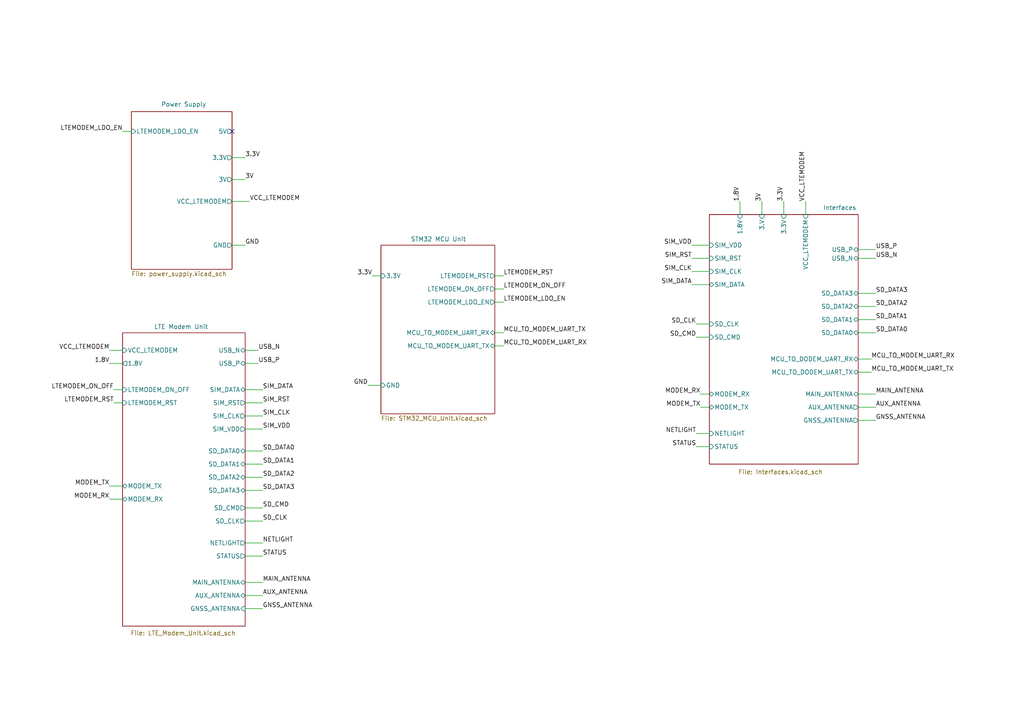
<source format=kicad_sch>
(kicad_sch
	(version 20231120)
	(generator "eeschema")
	(generator_version "8.0")
	(uuid "80c486a0-6800-4b57-8abf-216d6c3379c2")
	(paper "A4")
	(title_block
		(title "IoT with STM32 and 4G modem")
		(date "2024-08-13")
		(rev "1.0")
	)
	(lib_symbols)
	(no_connect
		(at 67.31 38.1)
		(uuid "56b48dc0-7614-400d-a5f6-5e0984d24434")
	)
	(wire
		(pts
			(xy 71.12 113.03) (xy 76.2 113.03)
		)
		(stroke
			(width 0)
			(type default)
		)
		(uuid "04b72ab8-bc11-4888-b277-b8f4eaff1248")
	)
	(wire
		(pts
			(xy 71.12 142.24) (xy 76.2 142.24)
		)
		(stroke
			(width 0)
			(type default)
		)
		(uuid "0e00669d-7ecb-4999-9462-fbdf14232f33")
	)
	(wire
		(pts
			(xy 35.56 105.41) (xy 31.75 105.41)
		)
		(stroke
			(width 0)
			(type default)
		)
		(uuid "0e4925d0-fe0f-40d5-aba5-0ab349bdedb4")
	)
	(wire
		(pts
			(xy 248.92 107.95) (xy 252.73 107.95)
		)
		(stroke
			(width 0)
			(type default)
		)
		(uuid "1c5e5fdd-6acf-470f-bb04-e3919681e7dd")
	)
	(wire
		(pts
			(xy 248.92 104.14) (xy 252.73 104.14)
		)
		(stroke
			(width 0)
			(type default)
		)
		(uuid "1e514f38-3b10-4d33-b741-13f3d7a753ad")
	)
	(wire
		(pts
			(xy 201.93 129.54) (xy 205.74 129.54)
		)
		(stroke
			(width 0)
			(type default)
		)
		(uuid "220e176d-f122-413b-b707-90f4ec333735")
	)
	(wire
		(pts
			(xy 71.12 168.91) (xy 76.2 168.91)
		)
		(stroke
			(width 0)
			(type default)
		)
		(uuid "2716e143-279f-4610-aab4-76516ba3a61c")
	)
	(wire
		(pts
			(xy 71.12 120.65) (xy 76.2 120.65)
		)
		(stroke
			(width 0)
			(type default)
		)
		(uuid "27599662-e901-4e41-a986-2316c78ef5d7")
	)
	(wire
		(pts
			(xy 248.92 118.11) (xy 254 118.11)
		)
		(stroke
			(width 0)
			(type default)
		)
		(uuid "284e5f37-94c8-4eb5-a6e1-3f7b1e4bbf3c")
	)
	(wire
		(pts
			(xy 71.12 134.62) (xy 76.2 134.62)
		)
		(stroke
			(width 0)
			(type default)
		)
		(uuid "2f8399b7-3d1d-4dba-968c-7ec8dc2e2c8d")
	)
	(wire
		(pts
			(xy 71.12 105.41) (xy 74.93 105.41)
		)
		(stroke
			(width 0)
			(type default)
		)
		(uuid "31b30641-2fce-49e5-8958-622b8f77006a")
	)
	(wire
		(pts
			(xy 71.12 124.46) (xy 76.2 124.46)
		)
		(stroke
			(width 0)
			(type default)
		)
		(uuid "31e75e96-f9c3-41f6-8ad0-d914df51bdd9")
	)
	(wire
		(pts
			(xy 248.92 85.09) (xy 254 85.09)
		)
		(stroke
			(width 0)
			(type default)
		)
		(uuid "39c03ca9-acc4-4a58-8c7b-17c15ff391d5")
	)
	(wire
		(pts
			(xy 71.12 101.6) (xy 74.93 101.6)
		)
		(stroke
			(width 0)
			(type default)
		)
		(uuid "3c76a9e0-3795-466a-8a6a-8cb22d1a050f")
	)
	(wire
		(pts
			(xy 35.56 38.1) (xy 38.1 38.1)
		)
		(stroke
			(width 0)
			(type default)
		)
		(uuid "3cebd6f2-0835-4acb-a6cf-33c4da1b2fa0")
	)
	(wire
		(pts
			(xy 201.93 93.98) (xy 205.74 93.98)
		)
		(stroke
			(width 0)
			(type default)
		)
		(uuid "3faccc86-b400-4172-8d50-3c44900c5771")
	)
	(wire
		(pts
			(xy 200.66 71.12) (xy 205.74 71.12)
		)
		(stroke
			(width 0)
			(type default)
		)
		(uuid "442184d1-b134-4663-90b4-d5211693bbe5")
	)
	(wire
		(pts
			(xy 71.12 157.48) (xy 76.2 157.48)
		)
		(stroke
			(width 0)
			(type default)
		)
		(uuid "4aba2f38-e0bf-4a2b-b432-4adc16afa28b")
	)
	(wire
		(pts
			(xy 71.12 161.29) (xy 76.2 161.29)
		)
		(stroke
			(width 0)
			(type default)
		)
		(uuid "4f90f67e-4df3-4ecb-9179-a0bb31fae4e8")
	)
	(wire
		(pts
			(xy 71.12 147.32) (xy 76.2 147.32)
		)
		(stroke
			(width 0)
			(type default)
		)
		(uuid "50bfc7e8-4df0-4f15-9d6e-2b88814de650")
	)
	(wire
		(pts
			(xy 71.12 151.13) (xy 76.2 151.13)
		)
		(stroke
			(width 0)
			(type default)
		)
		(uuid "52cb0c8c-c7d5-428a-894b-eab5d005d63d")
	)
	(wire
		(pts
			(xy 31.75 140.97) (xy 35.56 140.97)
		)
		(stroke
			(width 0)
			(type default)
		)
		(uuid "569837e5-0f2b-403e-a8fa-a7cc4d5d1cc6")
	)
	(wire
		(pts
			(xy 67.31 52.07) (xy 71.12 52.07)
		)
		(stroke
			(width 0)
			(type default)
		)
		(uuid "67fd46da-c12a-4657-ba93-f28dadaf1d4c")
	)
	(wire
		(pts
			(xy 248.92 74.93) (xy 254 74.93)
		)
		(stroke
			(width 0)
			(type default)
		)
		(uuid "6a5a808c-d546-4949-8d5b-2e60db517cbe")
	)
	(wire
		(pts
			(xy 248.92 121.92) (xy 254 121.92)
		)
		(stroke
			(width 0)
			(type default)
		)
		(uuid "6c0f1e6e-b4ba-470e-a2a9-6d00aee18cac")
	)
	(wire
		(pts
			(xy 67.31 58.42) (xy 72.39 58.42)
		)
		(stroke
			(width 0)
			(type default)
		)
		(uuid "6d963cf7-0490-4de2-80de-7b91810ccf72")
	)
	(wire
		(pts
			(xy 248.92 92.71) (xy 254 92.71)
		)
		(stroke
			(width 0)
			(type default)
		)
		(uuid "710dd52f-7c27-4da8-9179-be5c97b2967a")
	)
	(wire
		(pts
			(xy 143.51 83.82) (xy 146.05 83.82)
		)
		(stroke
			(width 0)
			(type default)
		)
		(uuid "720912aa-a093-4e83-9b64-4fc87fd4cb38")
	)
	(wire
		(pts
			(xy 227.33 58.42) (xy 227.33 62.23)
		)
		(stroke
			(width 0)
			(type default)
		)
		(uuid "753eda7d-551d-4da0-ba61-44552bcb55c5")
	)
	(wire
		(pts
			(xy 31.75 101.6) (xy 35.56 101.6)
		)
		(stroke
			(width 0)
			(type default)
		)
		(uuid "76ffaf80-03ac-48c6-a801-30528dbe67ae")
	)
	(wire
		(pts
			(xy 214.63 58.42) (xy 214.63 62.23)
		)
		(stroke
			(width 0)
			(type default)
		)
		(uuid "7c47a374-4e87-4710-9e7b-e14d8fa48064")
	)
	(wire
		(pts
			(xy 143.51 80.01) (xy 146.05 80.01)
		)
		(stroke
			(width 0)
			(type default)
		)
		(uuid "7d499749-5ec2-4ce8-b5ce-68c0796f4bbb")
	)
	(wire
		(pts
			(xy 71.12 176.53) (xy 76.2 176.53)
		)
		(stroke
			(width 0)
			(type default)
		)
		(uuid "7d8b7395-8caa-4384-89bd-cef08c994110")
	)
	(wire
		(pts
			(xy 200.66 82.55) (xy 205.74 82.55)
		)
		(stroke
			(width 0)
			(type default)
		)
		(uuid "8085a9de-44db-4141-9446-bb4ff006b9cd")
	)
	(wire
		(pts
			(xy 33.02 113.03) (xy 35.56 113.03)
		)
		(stroke
			(width 0)
			(type default)
		)
		(uuid "82c51680-4a8a-43a7-b1c5-0c73eb2ac6bc")
	)
	(wire
		(pts
			(xy 107.95 80.01) (xy 110.49 80.01)
		)
		(stroke
			(width 0)
			(type default)
		)
		(uuid "872dd6db-6dfe-4bd5-8683-bbd8ca21a8ae")
	)
	(wire
		(pts
			(xy 143.51 100.33) (xy 146.05 100.33)
		)
		(stroke
			(width 0)
			(type default)
		)
		(uuid "8986a489-d7b8-49b2-98d8-bfcafcbea1de")
	)
	(wire
		(pts
			(xy 71.12 130.81) (xy 76.2 130.81)
		)
		(stroke
			(width 0)
			(type default)
		)
		(uuid "8e915939-9467-48cf-9243-e4ed334cabb5")
	)
	(wire
		(pts
			(xy 71.12 116.84) (xy 76.2 116.84)
		)
		(stroke
			(width 0)
			(type default)
		)
		(uuid "91525770-f3e4-4af9-90f9-ba1348141997")
	)
	(wire
		(pts
			(xy 200.66 78.74) (xy 205.74 78.74)
		)
		(stroke
			(width 0)
			(type default)
		)
		(uuid "93c5179e-6033-47d2-92f9-5d5b766989d0")
	)
	(wire
		(pts
			(xy 200.66 74.93) (xy 205.74 74.93)
		)
		(stroke
			(width 0)
			(type default)
		)
		(uuid "96a18882-315b-4755-80d3-c16159a52782")
	)
	(wire
		(pts
			(xy 143.51 96.52) (xy 146.05 96.52)
		)
		(stroke
			(width 0)
			(type default)
		)
		(uuid "a95a2450-4881-43bd-b567-795fec9d93f7")
	)
	(wire
		(pts
			(xy 248.92 96.52) (xy 254 96.52)
		)
		(stroke
			(width 0)
			(type default)
		)
		(uuid "ae32d040-f852-4473-810a-e6c2c119b6c1")
	)
	(wire
		(pts
			(xy 220.98 58.42) (xy 220.98 62.23)
		)
		(stroke
			(width 0)
			(type default)
		)
		(uuid "b167c3e3-3640-4a60-adb2-b0eaac980833")
	)
	(wire
		(pts
			(xy 248.92 88.9) (xy 254 88.9)
		)
		(stroke
			(width 0)
			(type default)
		)
		(uuid "b2b9a34d-b35e-4823-9b2f-fd34c2e7f513")
	)
	(wire
		(pts
			(xy 143.51 87.63) (xy 146.05 87.63)
		)
		(stroke
			(width 0)
			(type default)
		)
		(uuid "b52fd9b5-9305-48c7-9913-5929e655bf96")
	)
	(wire
		(pts
			(xy 248.92 72.39) (xy 254 72.39)
		)
		(stroke
			(width 0)
			(type default)
		)
		(uuid "b6c3eccd-1f2b-4c9c-b06a-a77f987b1bea")
	)
	(wire
		(pts
			(xy 248.92 114.3) (xy 254 114.3)
		)
		(stroke
			(width 0)
			(type default)
		)
		(uuid "b95a7037-84dd-4525-b162-219bfd1499cf")
	)
	(wire
		(pts
			(xy 67.31 71.12) (xy 71.12 71.12)
		)
		(stroke
			(width 0)
			(type default)
		)
		(uuid "c410d240-f7ee-424d-85f9-3be34359adcf")
	)
	(wire
		(pts
			(xy 71.12 172.72) (xy 76.2 172.72)
		)
		(stroke
			(width 0)
			(type default)
		)
		(uuid "c530a5c5-d7b1-4e2d-b457-6161516b8909")
	)
	(wire
		(pts
			(xy 33.02 116.84) (xy 35.56 116.84)
		)
		(stroke
			(width 0)
			(type default)
		)
		(uuid "c87ae819-1c60-4b03-8732-33e25b3ca46f")
	)
	(wire
		(pts
			(xy 233.68 58.42) (xy 233.68 62.23)
		)
		(stroke
			(width 0)
			(type default)
		)
		(uuid "c8d2b0fb-22d9-46c8-a67a-940720c2f9aa")
	)
	(wire
		(pts
			(xy 31.75 144.78) (xy 35.56 144.78)
		)
		(stroke
			(width 0)
			(type default)
		)
		(uuid "d4aa7361-f331-400d-830e-8896c64dc122")
	)
	(wire
		(pts
			(xy 201.93 125.73) (xy 205.74 125.73)
		)
		(stroke
			(width 0)
			(type default)
		)
		(uuid "e1e54a17-92c5-435f-98a3-576f9cabae42")
	)
	(wire
		(pts
			(xy 67.31 45.72) (xy 71.12 45.72)
		)
		(stroke
			(width 0)
			(type default)
		)
		(uuid "e59650b7-113a-44ab-a622-4780cf691e06")
	)
	(wire
		(pts
			(xy 203.2 114.3) (xy 205.74 114.3)
		)
		(stroke
			(width 0)
			(type default)
		)
		(uuid "edae73a7-3a4d-4afa-955c-754fd2eab54c")
	)
	(wire
		(pts
			(xy 106.68 111.76) (xy 110.49 111.76)
		)
		(stroke
			(width 0)
			(type default)
		)
		(uuid "f27db5db-63ad-4c49-96dd-96fb39c75d28")
	)
	(wire
		(pts
			(xy 71.12 138.43) (xy 76.2 138.43)
		)
		(stroke
			(width 0)
			(type default)
		)
		(uuid "f2c2272f-890a-4541-9649-df0db1463c3b")
	)
	(wire
		(pts
			(xy 203.2 118.11) (xy 205.74 118.11)
		)
		(stroke
			(width 0)
			(type default)
		)
		(uuid "f562618a-631d-4f5f-a71b-7f17f7c5ea9c")
	)
	(wire
		(pts
			(xy 201.93 97.79) (xy 205.74 97.79)
		)
		(stroke
			(width 0)
			(type default)
		)
		(uuid "fcbf0383-5964-486f-835c-331412c8944a")
	)
	(label "SIM_DATA"
		(at 200.66 82.55 180)
		(fields_autoplaced yes)
		(effects
			(font
				(size 1.27 1.27)
			)
			(justify right bottom)
		)
		(uuid "00a9fdf8-4a0a-414d-9503-17245546c299")
	)
	(label "LTEMODEM_LDO_EN"
		(at 146.05 87.63 0)
		(fields_autoplaced yes)
		(effects
			(font
				(size 1.27 1.27)
			)
			(justify left bottom)
		)
		(uuid "02c0e7f2-c3c1-40e4-b6dd-f249cc4626ea")
	)
	(label "3V"
		(at 71.12 52.07 0)
		(fields_autoplaced yes)
		(effects
			(font
				(size 1.27 1.27)
			)
			(justify left bottom)
		)
		(uuid "07313844-e4c5-4b34-aff4-8e81008ddd6d")
	)
	(label "MODEM_TX"
		(at 31.75 140.97 180)
		(fields_autoplaced yes)
		(effects
			(font
				(size 1.27 1.27)
			)
			(justify right bottom)
		)
		(uuid "076fbd4f-7775-40c6-9636-fdc03e953439")
	)
	(label "VCC_LTEMODEM"
		(at 31.75 101.6 180)
		(fields_autoplaced yes)
		(effects
			(font
				(size 1.27 1.27)
			)
			(justify right bottom)
		)
		(uuid "0d1bb8fa-9e28-458b-ac47-728f32187ce2")
	)
	(label "SIM_CLK"
		(at 76.2 120.65 0)
		(fields_autoplaced yes)
		(effects
			(font
				(size 1.27 1.27)
			)
			(justify left bottom)
		)
		(uuid "0dfa1126-09eb-4f04-b1ee-8342e35daac9")
	)
	(label "MCU_TO_MODEM_UART_RX"
		(at 252.73 104.14 0)
		(fields_autoplaced yes)
		(effects
			(font
				(size 1.27 1.27)
			)
			(justify left bottom)
		)
		(uuid "16c4daaf-83dd-48bc-8281-8e748ef734d8")
	)
	(label "SD_CLK"
		(at 201.93 93.98 180)
		(fields_autoplaced yes)
		(effects
			(font
				(size 1.27 1.27)
			)
			(justify right bottom)
		)
		(uuid "17f3eda0-03e2-4a59-b7c7-34da06ec0f5f")
	)
	(label "USB_N"
		(at 254 74.93 0)
		(fields_autoplaced yes)
		(effects
			(font
				(size 1.27 1.27)
			)
			(justify left bottom)
		)
		(uuid "19be4264-bdb8-4149-9c7e-a5023e64baca")
	)
	(label "MAIN_ANTENNA"
		(at 76.2 168.91 0)
		(fields_autoplaced yes)
		(effects
			(font
				(size 1.27 1.27)
			)
			(justify left bottom)
		)
		(uuid "251e3eb8-3a91-497e-8ee9-41696cc340cd")
	)
	(label "SD_CMD"
		(at 76.2 147.32 0)
		(fields_autoplaced yes)
		(effects
			(font
				(size 1.27 1.27)
			)
			(justify left bottom)
		)
		(uuid "2e6a9ea1-d523-40a7-9827-db599ea897b6")
	)
	(label "VCC_LTEMODEM"
		(at 72.39 58.42 0)
		(fields_autoplaced yes)
		(effects
			(font
				(size 1.27 1.27)
			)
			(justify left bottom)
		)
		(uuid "3476a576-c016-440b-a5c5-2b7dd6612dfb")
	)
	(label "VCC_LTEMODEM"
		(at 233.68 58.42 90)
		(fields_autoplaced yes)
		(effects
			(font
				(size 1.27 1.27)
			)
			(justify left bottom)
		)
		(uuid "34856d62-7c72-4b3a-b96f-0afaa740ff37")
	)
	(label "MCU_TO_MODEM_UART_RX"
		(at 146.05 100.33 0)
		(fields_autoplaced yes)
		(effects
			(font
				(size 1.27 1.27)
			)
			(justify left bottom)
		)
		(uuid "37935faf-8d6e-42b6-a255-3264f17ee07f")
	)
	(label "3V"
		(at 220.98 58.42 90)
		(fields_autoplaced yes)
		(effects
			(font
				(size 1.27 1.27)
			)
			(justify left bottom)
		)
		(uuid "409bdb0f-a298-4916-8283-8fe49539558d")
	)
	(label "SD_DATA2"
		(at 254 88.9 0)
		(fields_autoplaced yes)
		(effects
			(font
				(size 1.27 1.27)
			)
			(justify left bottom)
		)
		(uuid "48786212-6395-491f-b749-b5897d32da0e")
	)
	(label "SD_CMD"
		(at 201.93 97.79 180)
		(fields_autoplaced yes)
		(effects
			(font
				(size 1.27 1.27)
			)
			(justify right bottom)
		)
		(uuid "4c80abfd-b235-4eeb-b4d3-812ab845c31b")
	)
	(label "SIM_VDD"
		(at 76.2 124.46 0)
		(fields_autoplaced yes)
		(effects
			(font
				(size 1.27 1.27)
			)
			(justify left bottom)
		)
		(uuid "4cf77d80-7ad7-4914-9d0a-cd29c7750021")
	)
	(label "LTEMODEM_RST"
		(at 33.02 116.84 180)
		(fields_autoplaced yes)
		(effects
			(font
				(size 1.27 1.27)
			)
			(justify right bottom)
		)
		(uuid "4d0826ae-e308-4ec6-a33e-e84551538c09")
	)
	(label "USB_N"
		(at 74.93 101.6 0)
		(fields_autoplaced yes)
		(effects
			(font
				(size 1.27 1.27)
			)
			(justify left bottom)
		)
		(uuid "4e1a57d3-2283-4ab4-a725-c02e41b1d9ba")
	)
	(label "USB_P"
		(at 254 72.39 0)
		(fields_autoplaced yes)
		(effects
			(font
				(size 1.27 1.27)
			)
			(justify left bottom)
		)
		(uuid "4eb40682-f1d2-428f-b6c9-5a28907da3b9")
	)
	(label "SD_DATA0"
		(at 76.2 130.81 0)
		(fields_autoplaced yes)
		(effects
			(font
				(size 1.27 1.27)
			)
			(justify left bottom)
		)
		(uuid "503ca41a-098f-42dd-b809-b45a87f0eb92")
	)
	(label "GND"
		(at 71.12 71.12 0)
		(fields_autoplaced yes)
		(effects
			(font
				(size 1.27 1.27)
			)
			(justify left bottom)
		)
		(uuid "50a8e568-66e4-432b-804b-d151ace7fe22")
	)
	(label "SIM_RST"
		(at 200.66 74.93 180)
		(fields_autoplaced yes)
		(effects
			(font
				(size 1.27 1.27)
			)
			(justify right bottom)
		)
		(uuid "50e74a63-eab2-4bf4-b17a-ff1dea09218b")
	)
	(label "STATUS"
		(at 201.93 129.54 180)
		(fields_autoplaced yes)
		(effects
			(font
				(size 1.27 1.27)
			)
			(justify right bottom)
		)
		(uuid "54360738-0bf4-4824-becf-9a203676c800")
	)
	(label "MCU_TO_MODEM_UART_TX"
		(at 252.73 107.95 0)
		(fields_autoplaced yes)
		(effects
			(font
				(size 1.27 1.27)
			)
			(justify left bottom)
		)
		(uuid "5734a2a4-429e-4029-af2f-fcbb5db348e3")
	)
	(label "SD_DATA1"
		(at 254 92.71 0)
		(fields_autoplaced yes)
		(effects
			(font
				(size 1.27 1.27)
			)
			(justify left bottom)
		)
		(uuid "5a4d40ea-d9a9-4e42-b992-81e7288a2435")
	)
	(label "USB_P"
		(at 74.93 105.41 0)
		(fields_autoplaced yes)
		(effects
			(font
				(size 1.27 1.27)
			)
			(justify left bottom)
		)
		(uuid "5b6ec468-ee85-467d-9f8a-a00ce86eee07")
	)
	(label "SIM_CLK"
		(at 200.66 78.74 180)
		(fields_autoplaced yes)
		(effects
			(font
				(size 1.27 1.27)
			)
			(justify right bottom)
		)
		(uuid "729b2639-bdbf-4326-9c5b-b7ecb4a2b1b5")
	)
	(label "MAIN_ANTENNA"
		(at 254 114.3 0)
		(fields_autoplaced yes)
		(effects
			(font
				(size 1.27 1.27)
			)
			(justify left bottom)
		)
		(uuid "74b4bb57-9f10-45aa-a76b-88f124d6f3b0")
	)
	(label "GND"
		(at 106.68 111.76 180)
		(fields_autoplaced yes)
		(effects
			(font
				(size 1.27 1.27)
			)
			(justify right bottom)
		)
		(uuid "74ed6ed9-1031-4abf-af09-491a9d31435a")
	)
	(label "AUX_ANTENNA"
		(at 76.2 172.72 0)
		(fields_autoplaced yes)
		(effects
			(font
				(size 1.27 1.27)
			)
			(justify left bottom)
		)
		(uuid "779563d0-9c11-42f2-a953-b208a560f86d")
	)
	(label "SIM_RST"
		(at 76.2 116.84 0)
		(fields_autoplaced yes)
		(effects
			(font
				(size 1.27 1.27)
			)
			(justify left bottom)
		)
		(uuid "839bf0c3-f61e-4e41-a64d-cd64479f1c29")
	)
	(label "LTEMODEM_LDO_EN"
		(at 35.56 38.1 180)
		(fields_autoplaced yes)
		(effects
			(font
				(size 1.27 1.27)
			)
			(justify right bottom)
		)
		(uuid "83ce6d36-5725-4c65-b3e3-75b8f8d486e9")
	)
	(label "STATUS"
		(at 76.2 161.29 0)
		(fields_autoplaced yes)
		(effects
			(font
				(size 1.27 1.27)
			)
			(justify left bottom)
		)
		(uuid "86f91519-be63-4458-a086-7c80cf99de08")
	)
	(label "MODEM_RX"
		(at 203.2 114.3 180)
		(fields_autoplaced yes)
		(effects
			(font
				(size 1.27 1.27)
			)
			(justify right bottom)
		)
		(uuid "8f2245c3-2f28-417e-8ac4-79ac856f2788")
	)
	(label "GNSS_ANTENNA"
		(at 254 121.92 0)
		(fields_autoplaced yes)
		(effects
			(font
				(size 1.27 1.27)
			)
			(justify left bottom)
		)
		(uuid "9114d52c-6b58-4702-b800-4d97c72e71d4")
	)
	(label "MODEM_TX"
		(at 203.2 118.11 180)
		(fields_autoplaced yes)
		(effects
			(font
				(size 1.27 1.27)
			)
			(justify right bottom)
		)
		(uuid "924cda10-bee6-4f52-9995-178b4404ef0a")
	)
	(label "SD_DATA3"
		(at 76.2 142.24 0)
		(fields_autoplaced yes)
		(effects
			(font
				(size 1.27 1.27)
			)
			(justify left bottom)
		)
		(uuid "9362a02d-9024-404e-8f1b-cbc880359f9c")
	)
	(label "MCU_TO_MODEM_UART_TX"
		(at 146.05 96.52 0)
		(fields_autoplaced yes)
		(effects
			(font
				(size 1.27 1.27)
			)
			(justify left bottom)
		)
		(uuid "a7cd06ec-d6bd-4f5f-a710-c9c4fe2323ca")
	)
	(label "NETLIGHT"
		(at 76.2 157.48 0)
		(fields_autoplaced yes)
		(effects
			(font
				(size 1.27 1.27)
			)
			(justify left bottom)
		)
		(uuid "b7ffecc9-f380-4fc8-995b-72ff8e060dc5")
	)
	(label "3.3V"
		(at 227.33 58.42 90)
		(fields_autoplaced yes)
		(effects
			(font
				(size 1.27 1.27)
			)
			(justify left bottom)
		)
		(uuid "b95337c7-ca7c-49cf-a797-942a6d755403")
	)
	(label "NETLIGHT"
		(at 201.93 125.73 180)
		(fields_autoplaced yes)
		(effects
			(font
				(size 1.27 1.27)
			)
			(justify right bottom)
		)
		(uuid "bc61f36e-d3c6-4067-809d-b9ade9d32062")
	)
	(label "SD_DATA2"
		(at 76.2 138.43 0)
		(fields_autoplaced yes)
		(effects
			(font
				(size 1.27 1.27)
			)
			(justify left bottom)
		)
		(uuid "bf86a578-4db6-4149-8d25-4d6e7390c12d")
	)
	(label "LTEMODEM_RST"
		(at 146.05 80.01 0)
		(fields_autoplaced yes)
		(effects
			(font
				(size 1.27 1.27)
			)
			(justify left bottom)
		)
		(uuid "c29852c4-3ba3-4312-b166-8633ba8164de")
	)
	(label "1.8V"
		(at 31.75 105.41 180)
		(fields_autoplaced yes)
		(effects
			(font
				(size 1.27 1.27)
			)
			(justify right bottom)
		)
		(uuid "cfbc7e8d-df0a-45d5-881d-e8ec3c67f89f")
	)
	(label "3.3V"
		(at 107.95 80.01 180)
		(fields_autoplaced yes)
		(effects
			(font
				(size 1.27 1.27)
			)
			(justify right bottom)
		)
		(uuid "d0e2bfc8-5835-4ada-95b6-2499c8b4e7bf")
	)
	(label "LTEMODEM_ON_OFF"
		(at 33.02 113.03 180)
		(fields_autoplaced yes)
		(effects
			(font
				(size 1.27 1.27)
			)
			(justify right bottom)
		)
		(uuid "d3b8dbf7-8687-4f64-9053-0829cb181609")
	)
	(label "3.3V"
		(at 71.12 45.72 0)
		(fields_autoplaced yes)
		(effects
			(font
				(size 1.27 1.27)
			)
			(justify left bottom)
		)
		(uuid "d41c6415-97c8-4614-b34e-77bd11311e4d")
	)
	(label "SIM_VDD"
		(at 200.66 71.12 180)
		(fields_autoplaced yes)
		(effects
			(font
				(size 1.27 1.27)
			)
			(justify right bottom)
		)
		(uuid "d73d6c17-564f-4911-8773-9812af9f915d")
	)
	(label "SD_CLK"
		(at 76.2 151.13 0)
		(fields_autoplaced yes)
		(effects
			(font
				(size 1.27 1.27)
			)
			(justify left bottom)
		)
		(uuid "de8a57ba-ed10-4b7c-b94e-a2dd13e61a9f")
	)
	(label "GNSS_ANTENNA"
		(at 76.2 176.53 0)
		(fields_autoplaced yes)
		(effects
			(font
				(size 1.27 1.27)
			)
			(justify left bottom)
		)
		(uuid "df638d49-373e-4c30-b904-60002bbdb174")
	)
	(label "MODEM_RX"
		(at 31.75 144.78 180)
		(fields_autoplaced yes)
		(effects
			(font
				(size 1.27 1.27)
			)
			(justify right bottom)
		)
		(uuid "e29cba53-0505-474d-9d1d-c682a83c12cd")
	)
	(label "SD_DATA3"
		(at 254 85.09 0)
		(fields_autoplaced yes)
		(effects
			(font
				(size 1.27 1.27)
			)
			(justify left bottom)
		)
		(uuid "e30a1f7e-a3c5-4819-b13a-85f2a07e9a6f")
	)
	(label "LTEMODEM_ON_OFF"
		(at 146.05 83.82 0)
		(fields_autoplaced yes)
		(effects
			(font
				(size 1.27 1.27)
			)
			(justify left bottom)
		)
		(uuid "e962ac90-3b5f-4a2b-8edc-4e5829d91254")
	)
	(label "SD_DATA0"
		(at 254 96.52 0)
		(fields_autoplaced yes)
		(effects
			(font
				(size 1.27 1.27)
			)
			(justify left bottom)
		)
		(uuid "ed8866f1-f85e-4a22-9ec7-318025834a39")
	)
	(label "SIM_DATA"
		(at 76.2 113.03 0)
		(fields_autoplaced yes)
		(effects
			(font
				(size 1.27 1.27)
			)
			(justify left bottom)
		)
		(uuid "ee4a535b-d839-4681-9b4d-a0eafa439dbe")
	)
	(label "1.8V"
		(at 214.63 58.42 90)
		(fields_autoplaced yes)
		(effects
			(font
				(size 1.27 1.27)
			)
			(justify left bottom)
		)
		(uuid "f7a99479-e493-40f4-b486-d15440c05ed2")
	)
	(label "SD_DATA1"
		(at 76.2 134.62 0)
		(fields_autoplaced yes)
		(effects
			(font
				(size 1.27 1.27)
			)
			(justify left bottom)
		)
		(uuid "f8922ad5-30f0-43b2-a8bc-6d38630bb17c")
	)
	(label "AUX_ANTENNA"
		(at 254 118.11 0)
		(fields_autoplaced yes)
		(effects
			(font
				(size 1.27 1.27)
			)
			(justify left bottom)
		)
		(uuid "fdde04b3-0253-4c34-8854-d35d88516216")
	)
	(sheet
		(at 38.1 32.385)
		(size 29.21 45.72)
		(stroke
			(width 0.1524)
			(type solid)
		)
		(fill
			(color 0 0 0 0.0000)
		)
		(uuid "24b4c138-18f1-4717-8843-54cf1bc77154")
		(property "Sheetname" "Power Supply"
			(at 46.736 30.988 0)
			(effects
				(font
					(size 1.27 1.27)
				)
				(justify left bottom)
			)
		)
		(property "Sheetfile" "power_supply.kicad_sch"
			(at 38.1 78.6896 0)
			(effects
				(font
					(size 1.27 1.27)
				)
				(justify left top)
			)
		)
		(pin "GND" output
			(at 67.31 71.12 0)
			(effects
				(font
					(size 1.27 1.27)
				)
				(justify right)
			)
			(uuid "d771a4ff-ecb2-47fb-ab84-dda51fd32162")
		)
		(pin "5V" output
			(at 67.31 38.1 0)
			(effects
				(font
					(size 1.27 1.27)
				)
				(justify right)
			)
			(uuid "6b0be80e-3380-4644-bc0e-830be3f32d63")
		)
		(pin "3.3V" output
			(at 67.31 45.72 0)
			(effects
				(font
					(size 1.27 1.27)
				)
				(justify right)
			)
			(uuid "77a73c68-b3fd-4e0d-9f3c-1d20c90e197e")
		)
		(pin "VCC_LTEMODEM" output
			(at 67.31 58.42 0)
			(effects
				(font
					(size 1.27 1.27)
				)
				(justify right)
			)
			(uuid "4e4f820f-c091-43ae-9c1c-908c66855ecd")
		)
		(pin "LTEMODEM_LDO_EN" input
			(at 38.1 38.1 180)
			(effects
				(font
					(size 1.27 1.27)
				)
				(justify left)
			)
			(uuid "bbf2cca2-bfd2-4bcf-9f20-5eaca8fa09a1")
		)
		(pin "3V" output
			(at 67.31 52.07 0)
			(effects
				(font
					(size 1.27 1.27)
				)
				(justify right)
			)
			(uuid "b9877ce1-ebc5-4c56-99ef-a6cac424898a")
		)
		(instances
			(project "Hardware_design_IoT"
				(path "/80c486a0-6800-4b57-8abf-216d6c3379c2"
					(page "2")
				)
			)
		)
	)
	(sheet
		(at 35.56 96.52)
		(size 35.56 85.09)
		(stroke
			(width 0.1524)
			(type solid)
		)
		(fill
			(color 0 0 0 0.0000)
		)
		(uuid "571d964d-3bf6-4021-b675-d25d88fbaa0f")
		(property "Sheetname" "LTE Modem Unit"
			(at 44.704 95.504 0)
			(effects
				(font
					(size 1.27 1.27)
				)
				(justify left bottom)
			)
		)
		(property "Sheetfile" "LTE_Modem_Unit.kicad_sch"
			(at 37.846 182.88 0)
			(effects
				(font
					(size 1.27 1.27)
				)
				(justify left top)
			)
		)
		(pin "LTEMODEM_ON_OFF" input
			(at 35.56 113.03 180)
			(effects
				(font
					(size 1.27 1.27)
				)
				(justify left)
			)
			(uuid "1bebfe24-fc36-403d-b339-2b66f3bed238")
		)
		(pin "LTEMODEM_RST" input
			(at 35.56 116.84 180)
			(effects
				(font
					(size 1.27 1.27)
				)
				(justify left)
			)
			(uuid "2ff13405-7353-4bf7-8988-576c89520451")
		)
		(pin "VCC_LTEMODEM" input
			(at 35.56 101.6 180)
			(effects
				(font
					(size 1.27 1.27)
				)
				(justify left)
			)
			(uuid "a0d0f62c-4a34-4056-9d4f-8610fa0ee0f0")
		)
		(pin "1.8V" output
			(at 35.56 105.41 180)
			(effects
				(font
					(size 1.27 1.27)
				)
				(justify left)
			)
			(uuid "9b509194-ff29-429c-98c1-26a88307119a")
		)
		(pin "MODEM_TX" bidirectional
			(at 35.56 140.97 180)
			(effects
				(font
					(size 1.27 1.27)
				)
				(justify left)
			)
			(uuid "7f338053-9d4d-461c-b1d4-994c27efdaf7")
		)
		(pin "MODEM_RX" bidirectional
			(at 35.56 144.78 180)
			(effects
				(font
					(size 1.27 1.27)
				)
				(justify left)
			)
			(uuid "26844759-70b7-44cc-b920-caf109f5ae91")
		)
		(pin "USB_N" bidirectional
			(at 71.12 101.6 0)
			(effects
				(font
					(size 1.27 1.27)
				)
				(justify right)
			)
			(uuid "5799380d-99c9-4392-86ce-1f88825117bf")
		)
		(pin "USB_P" bidirectional
			(at 71.12 105.41 0)
			(effects
				(font
					(size 1.27 1.27)
				)
				(justify right)
			)
			(uuid "63ad5a89-e620-4fa0-9028-b86386c5dd04")
		)
		(pin "SIM_DATA" bidirectional
			(at 71.12 113.03 0)
			(effects
				(font
					(size 1.27 1.27)
				)
				(justify right)
			)
			(uuid "36df1f79-8f3c-423b-84d0-6d9002906d71")
		)
		(pin "SIM_RST" output
			(at 71.12 116.84 0)
			(effects
				(font
					(size 1.27 1.27)
				)
				(justify right)
			)
			(uuid "99890bb3-b961-443f-b448-a83a74719001")
		)
		(pin "SIM_CLK" output
			(at 71.12 120.65 0)
			(effects
				(font
					(size 1.27 1.27)
				)
				(justify right)
			)
			(uuid "61644ded-e27a-492b-9ce3-a563db355c62")
		)
		(pin "SIM_VDD" output
			(at 71.12 124.46 0)
			(effects
				(font
					(size 1.27 1.27)
				)
				(justify right)
			)
			(uuid "1744a76a-76e5-4f78-bb91-fed25c94abcb")
		)
		(pin "SD_DATA2" bidirectional
			(at 71.12 138.43 0)
			(effects
				(font
					(size 1.27 1.27)
				)
				(justify right)
			)
			(uuid "2bd26f83-cda3-4229-9d04-c34e99e8c3f9")
		)
		(pin "SD_DATA1" bidirectional
			(at 71.12 134.62 0)
			(effects
				(font
					(size 1.27 1.27)
				)
				(justify right)
			)
			(uuid "95f55b75-2071-413c-9200-d5ebfb560fc7")
		)
		(pin "SD_DATA3" bidirectional
			(at 71.12 142.24 0)
			(effects
				(font
					(size 1.27 1.27)
				)
				(justify right)
			)
			(uuid "a2631aa5-38a1-4c94-949e-32fd43f2e634")
		)
		(pin "SD_DATA0" bidirectional
			(at 71.12 130.81 0)
			(effects
				(font
					(size 1.27 1.27)
				)
				(justify right)
			)
			(uuid "59d5bfc8-9388-445f-98db-7e60084a671f")
		)
		(pin "SD_CMD" output
			(at 71.12 147.32 0)
			(effects
				(font
					(size 1.27 1.27)
				)
				(justify right)
			)
			(uuid "d1d92b1d-9cda-41a2-ad16-c441e110107a")
		)
		(pin "SD_CLK" output
			(at 71.12 151.13 0)
			(effects
				(font
					(size 1.27 1.27)
				)
				(justify right)
			)
			(uuid "05f109be-18a4-45e4-a545-975524c8f4b0")
		)
		(pin "NETLIGHT" output
			(at 71.12 157.48 0)
			(effects
				(font
					(size 1.27 1.27)
				)
				(justify right)
			)
			(uuid "d60a7239-5605-4d8f-8086-84c124a66db3")
		)
		(pin "STATUS" output
			(at 71.12 161.29 0)
			(effects
				(font
					(size 1.27 1.27)
				)
				(justify right)
			)
			(uuid "7ca06073-530f-4191-97bf-39e777f0405e")
		)
		(pin "AUX_ANTENNA" bidirectional
			(at 71.12 172.72 0)
			(effects
				(font
					(size 1.27 1.27)
				)
				(justify right)
			)
			(uuid "8af982fe-25fc-4916-84da-6ccc0bd167be")
		)
		(pin "MAIN_ANTENNA" bidirectional
			(at 71.12 168.91 0)
			(effects
				(font
					(size 1.27 1.27)
				)
				(justify right)
			)
			(uuid "5dbc2ee8-28f1-4c9e-a343-23cfa70d7477")
		)
		(pin "GNSS_ANTENNA" input
			(at 71.12 176.53 0)
			(effects
				(font
					(size 1.27 1.27)
				)
				(justify right)
			)
			(uuid "34185d45-0701-49db-9e0d-f894f4d03c25")
		)
		(instances
			(project "Hardware_design_IoT"
				(path "/80c486a0-6800-4b57-8abf-216d6c3379c2"
					(page "4")
				)
			)
		)
	)
	(sheet
		(at 205.74 62.23)
		(size 43.18 72.39)
		(stroke
			(width 0.1524)
			(type solid)
		)
		(fill
			(color 0 0 0 0.0000)
		)
		(uuid "89ea4a5a-fb06-447b-bcef-d7a00c236952")
		(property "Sheetname" "Interfaces"
			(at 238.76 60.96 0)
			(effects
				(font
					(size 1.27 1.27)
				)
				(justify left bottom)
			)
		)
		(property "Sheetfile" "Interfaces.kicad_sch"
			(at 214.122 136.144 0)
			(effects
				(font
					(size 1.27 1.27)
				)
				(justify left top)
			)
		)
		(pin "MODEM_RX" bidirectional
			(at 205.74 114.3 180)
			(effects
				(font
					(size 1.27 1.27)
				)
				(justify left)
			)
			(uuid "86cc3ff7-cecd-44cd-b3fd-349ce5209929")
		)
		(pin "MODEM_TX" bidirectional
			(at 205.74 118.11 180)
			(effects
				(font
					(size 1.27 1.27)
				)
				(justify left)
			)
			(uuid "89c2a7d0-dc4c-437c-928d-fd0aabbbca64")
		)
		(pin "1.8V" input
			(at 214.63 62.23 90)
			(effects
				(font
					(size 1.27 1.27)
				)
				(justify right)
			)
			(uuid "cf26a722-b613-420e-9050-c0202b6c7276")
		)
		(pin "MCU_TO_DODEM_UART_RX" bidirectional
			(at 248.92 104.14 0)
			(effects
				(font
					(size 1.27 1.27)
				)
				(justify right)
			)
			(uuid "2486b74b-0660-44c2-9e93-ec0bd9654dbd")
		)
		(pin "MCU_TO_DODEM_UART_TX" bidirectional
			(at 248.92 107.95 0)
			(effects
				(font
					(size 1.27 1.27)
				)
				(justify right)
			)
			(uuid "339dd2f0-64c2-4365-a081-a67073708da5")
		)
		(pin "3.3V" input
			(at 227.33 62.23 90)
			(effects
				(font
					(size 1.27 1.27)
				)
				(justify right)
			)
			(uuid "77c23451-8c12-4f47-9366-64e1629782d1")
		)
		(pin "USB_P" bidirectional
			(at 248.92 72.39 0)
			(effects
				(font
					(size 1.27 1.27)
				)
				(justify right)
			)
			(uuid "5274e97d-f835-405e-858e-d1acdaeb6080")
		)
		(pin "USB_N" bidirectional
			(at 248.92 74.93 0)
			(effects
				(font
					(size 1.27 1.27)
				)
				(justify right)
			)
			(uuid "2beb74b6-52b0-4832-af7d-27ea131e5b3a")
		)
		(pin "SIM_VDD" input
			(at 205.74 71.12 180)
			(effects
				(font
					(size 1.27 1.27)
				)
				(justify left)
			)
			(uuid "f307aa62-b850-429b-aaca-02dfd28f47b1")
		)
		(pin "SIM_RST" input
			(at 205.74 74.93 180)
			(effects
				(font
					(size 1.27 1.27)
				)
				(justify left)
			)
			(uuid "2381f93a-b3ad-42e1-90a3-85e88b21331f")
		)
		(pin "SIM_CLK" input
			(at 205.74 78.74 180)
			(effects
				(font
					(size 1.27 1.27)
				)
				(justify left)
			)
			(uuid "c833330e-2556-49be-8223-b323cd77d120")
		)
		(pin "SIM_DATA" bidirectional
			(at 205.74 82.55 180)
			(effects
				(font
					(size 1.27 1.27)
				)
				(justify left)
			)
			(uuid "59ee5662-9276-4e58-9ddc-baf3e78a79ab")
		)
		(pin "3.V" input
			(at 220.98 62.23 90)
			(effects
				(font
					(size 1.27 1.27)
				)
				(justify right)
			)
			(uuid "a5080a5f-b089-4b49-8e00-f031317b5cfe")
		)
		(pin "SD_DATA3" bidirectional
			(at 248.92 85.09 0)
			(effects
				(font
					(size 1.27 1.27)
				)
				(justify right)
			)
			(uuid "dfaf9ab9-0322-4718-8fe9-e04b549bb6a7")
		)
		(pin "SD_DATA2" bidirectional
			(at 248.92 88.9 0)
			(effects
				(font
					(size 1.27 1.27)
				)
				(justify right)
			)
			(uuid "f42ffc6d-a67b-4725-a9a8-b440d8a59f4a")
		)
		(pin "SD_DATA0" bidirectional
			(at 248.92 96.52 0)
			(effects
				(font
					(size 1.27 1.27)
				)
				(justify right)
			)
			(uuid "7e84f19b-4567-40e2-9957-93910768e4ea")
		)
		(pin "SD_DATA1" bidirectional
			(at 248.92 92.71 0)
			(effects
				(font
					(size 1.27 1.27)
				)
				(justify right)
			)
			(uuid "445f4f6e-d9af-4fc8-bf56-87542c53bb12")
		)
		(pin "SD_CMD" input
			(at 205.74 97.79 180)
			(effects
				(font
					(size 1.27 1.27)
				)
				(justify left)
			)
			(uuid "2e72f3d8-1eb3-4d60-8cfd-f4b287491c07")
		)
		(pin "SD_CLK" input
			(at 205.74 93.98 180)
			(effects
				(font
					(size 1.27 1.27)
				)
				(justify left)
			)
			(uuid "24f8abaa-186d-42f3-831a-695d2c3818b3")
		)
		(pin "NETLIGHT" input
			(at 205.74 125.73 180)
			(effects
				(font
					(size 1.27 1.27)
				)
				(justify left)
			)
			(uuid "580897b1-1e52-4262-b8d5-f936b9c6f833")
		)
		(pin "STATUS" input
			(at 205.74 129.54 180)
			(effects
				(font
					(size 1.27 1.27)
				)
				(justify left)
			)
			(uuid "01a24030-7c8d-4f53-9906-04acaacaacf0")
		)
		(pin "VCC_LTEMODEM" input
			(at 233.68 62.23 90)
			(effects
				(font
					(size 1.27 1.27)
				)
				(justify right)
			)
			(uuid "f0f9358e-dae5-416e-9ce3-6f40e28c7b59")
		)
		(pin "MAIN_ANTENNA" bidirectional
			(at 248.92 114.3 0)
			(effects
				(font
					(size 1.27 1.27)
				)
				(justify right)
			)
			(uuid "8d471e90-82be-4b4b-93fb-9bbd0c57fa58")
		)
		(pin "AUX_ANTENNA" output
			(at 248.92 118.11 0)
			(effects
				(font
					(size 1.27 1.27)
				)
				(justify right)
			)
			(uuid "0c79155b-b31a-47af-a696-826a58ab8bc9")
		)
		(pin "GNSS_ANTENNA" output
			(at 248.92 121.92 0)
			(effects
				(font
					(size 1.27 1.27)
				)
				(justify right)
			)
			(uuid "4d6d9aa7-0786-4f43-a500-7c577f194a7f")
		)
		(instances
			(project "Hardware_design_IoT"
				(path "/80c486a0-6800-4b57-8abf-216d6c3379c2"
					(page "5")
				)
			)
		)
	)
	(sheet
		(at 110.49 71.12)
		(size 33.02 48.895)
		(stroke
			(width 0.1524)
			(type solid)
		)
		(fill
			(color 0 0 0 0.0000)
		)
		(uuid "bd33c687-234b-4def-8a10-9de953d2ca05")
		(property "Sheetname" "STM32 MCU Unit"
			(at 119.126 70.104 0)
			(effects
				(font
					(size 1.27 1.27)
				)
				(justify left bottom)
			)
		)
		(property "Sheetfile" "STM32_MCU_Unit.kicad_sch"
			(at 110.49 120.5996 0)
			(effects
				(font
					(size 1.27 1.27)
				)
				(justify left top)
			)
		)
		(pin "3.3V" input
			(at 110.49 80.01 180)
			(effects
				(font
					(size 1.27 1.27)
				)
				(justify left)
			)
			(uuid "3cf8ce8c-dcd8-4672-a4db-d8c3f42b3952")
		)
		(pin "GND" input
			(at 110.49 111.76 180)
			(effects
				(font
					(size 1.27 1.27)
				)
				(justify left)
			)
			(uuid "54d2769b-4381-4439-b8a3-c43d06593570")
		)
		(pin "LTEMODEM_RST" output
			(at 143.51 80.01 0)
			(effects
				(font
					(size 1.27 1.27)
				)
				(justify right)
			)
			(uuid "5c6f02d2-0741-4527-9b03-d76c27b71070")
		)
		(pin "LTEMODEM_ON_OFF" output
			(at 143.51 83.82 0)
			(effects
				(font
					(size 1.27 1.27)
				)
				(justify right)
			)
			(uuid "d46c83c8-4497-4335-b51e-25d21aa7796f")
		)
		(pin "MCU_TO_MODEM_UART_TX" bidirectional
			(at 143.51 100.33 0)
			(effects
				(font
					(size 1.27 1.27)
				)
				(justify right)
			)
			(uuid "1b5886a2-7b9a-4968-b50f-2e4130176c27")
		)
		(pin "MCU_TO_MODEM_UART_RX" bidirectional
			(at 143.51 96.52 0)
			(effects
				(font
					(size 1.27 1.27)
				)
				(justify right)
			)
			(uuid "fe458d9d-982b-4b0e-acb7-8d5bcb3ada33")
		)
		(pin "LTEMODEM_LDO_EN" output
			(at 143.51 87.63 0)
			(effects
				(font
					(size 1.27 1.27)
				)
				(justify right)
			)
			(uuid "03cd6a61-fe07-42bb-8331-0c2d5e7cca71")
		)
		(instances
			(project "Hardware_design_IoT"
				(path "/80c486a0-6800-4b57-8abf-216d6c3379c2"
					(page "3")
				)
			)
		)
	)
	(sheet_instances
		(path "/"
			(page "1")
		)
	)
)

</source>
